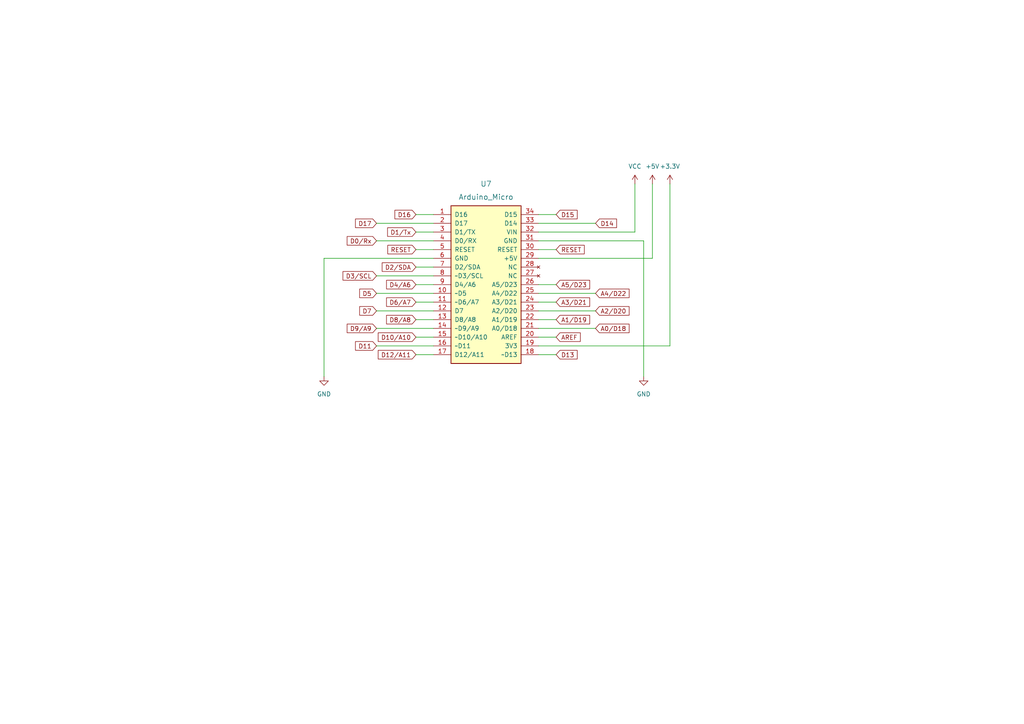
<source format=kicad_sch>
(kicad_sch (version 20211123) (generator eeschema)
  (paper "A4")
  (lib_symbols
    (symbol "My_Arduino2:Arduino_Micro" (pin_names (offset 1.016))
      (property "Reference" "U" (at -10.16 26.67 0))
      (property "Value" "Arduino_Micro" (at -2.54 24.13 0))
      (symbol "Arduino_Micro_0_1"
        (rectangle (start -10.16 22.86) (end 10.16 -22.86) (stroke (width 0.254)) (fill (type background)))
      )
      (symbol "Arduino_Micro_1_1"
        (pin bidirectional line (at -15.24 20.32 0) (length 5.08) (name "D16") (number "1"))
        (pin bidirectional line (at -15.24 -2.54 0) (length 5.08) (name "~D5") (number "10"))
        (pin bidirectional line (at -15.24 -5.08 0) (length 5.08) (name "~D6/A7") (number "11"))
        (pin bidirectional line (at -15.24 -7.62 0) (length 5.08) (name "D7") (number "12"))
        (pin bidirectional line (at -15.24 -10.16 0) (length 5.08) (name "D8/A8") (number "13"))
        (pin bidirectional line (at -15.24 -12.7 0) (length 5.08) (name "~D9/A9") (number "14"))
        (pin bidirectional line (at -15.24 -15.24 0) (length 5.08) (name "~D10/A10") (number "15"))
        (pin bidirectional line (at -15.24 -17.78 0) (length 5.08) (name "~D11") (number "16"))
        (pin bidirectional line (at -15.24 -20.32 0) (length 5.08) (name "D12/A11") (number "17"))
        (pin bidirectional line (at 15.24 -20.32 180) (length 5.08) (name "~D13") (number "18"))
        (pin power_out line (at 15.24 -17.78 180) (length 5.08) (name "3V3") (number "19"))
        (pin bidirectional line (at -15.24 17.78 0) (length 5.08) (name "D17") (number "2"))
        (pin input line (at 15.24 -15.24 180) (length 5.08) (name "AREF") (number "20"))
        (pin bidirectional line (at 15.24 -12.7 180) (length 5.08) (name "A0/D18") (number "21"))
        (pin bidirectional line (at 15.24 -10.16 180) (length 5.08) (name "A1/D19") (number "22"))
        (pin bidirectional line (at 15.24 -7.62 180) (length 5.08) (name "A2/D20") (number "23"))
        (pin bidirectional line (at 15.24 -5.08 180) (length 5.08) (name "A3/D21") (number "24"))
        (pin bidirectional line (at 15.24 -2.54 180) (length 5.08) (name "A4/D22") (number "25"))
        (pin bidirectional line (at 15.24 0 180) (length 5.08) (name "A5/D23") (number "26"))
        (pin no_connect line (at 15.24 2.54 180) (length 5.08) (name "NC") (number "27"))
        (pin no_connect line (at 15.24 5.08 180) (length 5.08) (name "NC") (number "28"))
        (pin power_in line (at 15.24 7.62 180) (length 5.08) (name "+5V") (number "29"))
        (pin bidirectional line (at -15.24 15.24 0) (length 5.08) (name "D1/TX") (number "3"))
        (pin input line (at 15.24 10.16 180) (length 5.08) (name "RESET") (number "30"))
        (pin power_in line (at 15.24 12.7 180) (length 5.08) (name "GND") (number "31"))
        (pin power_out line (at 15.24 15.24 180) (length 5.08) (name "VIN") (number "32"))
        (pin bidirectional line (at 15.24 17.78 180) (length 5.08) (name "D14") (number "33"))
        (pin bidirectional line (at 15.24 20.32 180) (length 5.08) (name "D15") (number "34"))
        (pin bidirectional line (at -15.24 12.7 0) (length 5.08) (name "D0/RX") (number "4"))
        (pin input line (at -15.24 10.16 0) (length 5.08) (name "RESET") (number "5"))
        (pin power_in line (at -15.24 7.62 0) (length 5.08) (name "GND") (number "6"))
        (pin bidirectional line (at -15.24 5.08 0) (length 5.08) (name "D2/SDA") (number "7"))
        (pin bidirectional line (at -15.24 2.54 0) (length 5.08) (name "~D3/SCL") (number "8"))
        (pin bidirectional line (at -15.24 0 0) (length 5.08) (name "D4/A6") (number "9"))
      )
    )
    (symbol "power:+3.3V" (power) (pin_names (offset 0))
      (property "Value" "+3.3V" (at 0 3.556 0))
      (symbol "+3.3V_0_1"
        (polyline (pts (xy -0.762 1.27) (xy 0 2.54)))
        (polyline (pts (xy 0 0) (xy 0 2.54)))
        (polyline (pts (xy 0 2.54) (xy 0.762 1.27)))
      )
      (symbol "+3.3V_1_1"
        (pin power_in line (at 0 0 90) (length 0) hide (name "+3.3V") (number "1"))
      )
    )
    (symbol "power:+5V" (power) (pin_names (offset 0))
      (property "Value" "+5V" (at 0 3.556 0))
      (symbol "+5V_0_1"
        (polyline (pts (xy -0.762 1.27) (xy 0 2.54)))
        (polyline (pts (xy 0 0) (xy 0 2.54)))
        (polyline (pts (xy 0 2.54) (xy 0.762 1.27)))
      )
      (symbol "+5V_1_1"
        (pin power_in line (at 0 0 90) (length 0) hide (name "+5V") (number "1"))
      )
    )
    (symbol "power:GND" (power) (pin_names (offset 0))
      (property "Value" "GND" (at 0 -3.81 0))
      (symbol "GND_0_1"
        (polyline (pts (xy 0 0) (xy 0 -1.27) (xy 1.27 -1.27) (xy 0 -2.54) (xy -1.27 -1.27) (xy 0 -1.27)))
      )
      (symbol "GND_1_1"
        (pin power_in line (at 0 0 270) (length 0) hide (name "GND") (number "1"))
      )
    )
    (symbol "power:VCC" (power) (pin_names (offset 0))
      (property "Value" "VCC" (at 0 3.81 0))
      (symbol "VCC_0_1"
        (polyline (pts (xy -0.762 1.27) (xy 0 2.54)))
        (polyline (pts (xy 0 0) (xy 0 2.54)))
        (polyline (pts (xy 0 2.54) (xy 0.762 1.27)))
      )
      (symbol "VCC_1_1"
        (pin power_in line (at 0 0 90) (length 0) hide (name "VCC") (number "1"))
      )
    )
  )
  (wire (pts (xy 156.21 62.23) (xy 161.29 62.23)))
  (wire (pts (xy 156.21 100.33) (xy 194.31 100.33)))
  (wire (pts (xy 156.21 69.85) (xy 186.69 69.85)))
  (wire (pts (xy 156.21 95.25) (xy 172.72 95.25)))
  (wire (pts (xy 120.65 62.23) (xy 125.73 62.23)))
  (wire (pts (xy 120.65 82.55) (xy 125.73 82.55)))
  (wire (pts (xy 156.21 72.39) (xy 161.29 72.39)))
  (wire (pts (xy 120.65 72.39) (xy 125.73 72.39)))
  (wire (pts (xy 186.69 69.85) (xy 186.69 109.22)))
  (wire (pts (xy 184.15 53.34) (xy 184.15 67.31)))
  (wire (pts (xy 189.23 53.34) (xy 189.23 74.93)))
  (wire (pts (xy 156.21 97.79) (xy 161.29 97.79)))
  (wire (pts (xy 120.65 97.79) (xy 125.73 97.79)))
  (wire (pts (xy 120.65 67.31) (xy 125.73 67.31)))
  (wire (pts (xy 93.98 74.93) (xy 93.98 109.22)))
  (wire (pts (xy 156.21 87.63) (xy 161.29 87.63)))
  (wire (pts (xy 109.22 100.33) (xy 125.73 100.33)))
  (wire (pts (xy 120.65 87.63) (xy 125.73 87.63)))
  (wire (pts (xy 120.65 77.47) (xy 125.73 77.47)))
  (wire (pts (xy 109.22 64.77) (xy 125.73 64.77)))
  (wire (pts (xy 156.21 102.87) (xy 161.29 102.87)))
  (wire (pts (xy 156.21 90.17) (xy 172.72 90.17)))
  (wire (pts (xy 109.22 90.17) (xy 125.73 90.17)))
  (wire (pts (xy 120.65 102.87) (xy 125.73 102.87)))
  (wire (pts (xy 156.21 74.93) (xy 189.23 74.93)))
  (wire (pts (xy 156.21 85.09) (xy 172.72 85.09)))
  (wire (pts (xy 120.65 92.71) (xy 125.73 92.71)))
  (wire (pts (xy 156.21 67.31) (xy 184.15 67.31)))
  (wire (pts (xy 109.22 95.25) (xy 125.73 95.25)))
  (wire (pts (xy 156.21 92.71) (xy 161.29 92.71)))
  (wire (pts (xy 194.31 53.34) (xy 194.31 100.33)))
  (wire (pts (xy 156.21 82.55) (xy 161.29 82.55)))
  (wire (pts (xy 109.22 69.85) (xy 125.73 69.85)))
  (wire (pts (xy 109.22 80.01) (xy 125.73 80.01)))
  (wire (pts (xy 156.21 64.77) (xy 172.72 64.77)))
  (wire (pts (xy 109.22 85.09) (xy 125.73 85.09)))
  (wire (pts (xy 125.73 74.93) (xy 93.98 74.93)))
  (global_label "D10{slash}A10" (shape input) (at 120.65 97.79 180) (property "Intersheet References" "${INTERSHEET_REFS}" (effects hide)))
  (global_label "A2{slash}D20" (shape input) (at 172.72 90.17 0) (property "Intersheet References" "${INTERSHEET_REFS}" (effects hide)))
  (global_label "D6{slash}A7" (shape input) (at 120.65 87.63 180) (property "Intersheet References" "${INTERSHEET_REFS}" (effects hide)))
  (global_label "D7" (shape input) (at 109.22 90.17 180) (property "Intersheet References" "${INTERSHEET_REFS}" (effects hide)))
  (global_label "A3{slash}D21" (shape input) (at 161.29 87.63 0) (property "Intersheet References" "${INTERSHEET_REFS}" (effects hide)))
  (global_label "D0{slash}Rx" (shape input) (at 109.22 69.85 180) (property "Intersheet References" "${INTERSHEET_REFS}" (effects hide)))
  (global_label "D16" (shape input) (at 120.65 62.23 180) (property "Intersheet References" "${INTERSHEET_REFS}" (effects hide)))
  (global_label "A1{slash}D19" (shape input) (at 161.29 92.71 0) (property "Intersheet References" "${INTERSHEET_REFS}" (effects hide)))
  (global_label "D14" (shape input) (at 172.72 64.77 0) (property "Intersheet References" "${INTERSHEET_REFS}" (effects hide)))
  (global_label "D17" (shape input) (at 109.22 64.77 180) (property "Intersheet References" "${INTERSHEET_REFS}" (effects hide)))
  (global_label "A5{slash}D23" (shape input) (at 161.29 82.55 0) (property "Intersheet References" "${INTERSHEET_REFS}" (effects hide)))
  (global_label "D5" (shape input) (at 109.22 85.09 180) (property "Intersheet References" "${INTERSHEET_REFS}" (effects hide)))
  (global_label "RESET" (shape input) (at 120.65 72.39 180) (property "Intersheet References" "${INTERSHEET_REFS}" (effects hide)))
  (global_label "D11" (shape input) (at 109.22 100.33 180) (property "Intersheet References" "${INTERSHEET_REFS}" (effects hide)))
  (global_label "A0{slash}D18" (shape input) (at 172.72 95.25 0) (property "Intersheet References" "${INTERSHEET_REFS}" (effects hide)))
  (global_label "D1{slash}Tx" (shape input) (at 120.65 67.31 180) (property "Intersheet References" "${INTERSHEET_REFS}" (effects hide)))
  (global_label "D2{slash}SDA" (shape input) (at 120.65 77.47 180) (property "Intersheet References" "${INTERSHEET_REFS}" (effects hide)))
  (global_label "A4{slash}D22" (shape input) (at 172.72 85.09 0) (property "Intersheet References" "${INTERSHEET_REFS}" (effects hide)))
  (global_label "D4{slash}A6" (shape input) (at 120.65 82.55 180) (property "Intersheet References" "${INTERSHEET_REFS}" (effects hide)))
  (global_label "D12{slash}A11" (shape input) (at 120.65 102.87 180) (property "Intersheet References" "${INTERSHEET_REFS}" (effects hide)))
  (global_label "AREF" (shape input) (at 161.29 97.79 0) (property "Intersheet References" "${INTERSHEET_REFS}" (effects hide)))
  (global_label "RESET" (shape input) (at 161.29 72.39 0) (property "Intersheet References" "${INTERSHEET_REFS}" (effects hide)))
  (global_label "D8{slash}A8" (shape input) (at 120.65 92.71 180) (property "Intersheet References" "${INTERSHEET_REFS}" (effects hide)))
  (global_label "D9{slash}A9" (shape input) (at 109.22 95.25 180) (property "Intersheet References" "${INTERSHEET_REFS}" (effects hide)))
  (global_label "D3{slash}SCL" (shape input) (at 109.22 80.01 180) (property "Intersheet References" "${INTERSHEET_REFS}" (effects hide)))
  (global_label "D15" (shape input) (at 161.29 62.23 0) (property "Intersheet References" "${INTERSHEET_REFS}" (effects hide)))
  (global_label "D13" (shape input) (at 161.29 102.87 0) (property "Intersheet References" "${INTERSHEET_REFS}" (effects hide)))
  (symbol (lib_id "power:GND") (at 93.98 109.22 0) (unit 1)
    (property "Reference" "#PWR029" (effects hide))
    (property "Value" "GND" (at 93.98 114.3 0))
  )
  (symbol (lib_id "power:VCC") (at 184.15 53.34 0) (unit 1)
    (property "Reference" "#PWR030" (effects hide))
    (property "Value" "VCC" (at 184.15 48.26 0))
  )
  (symbol (lib_id "power:+5V") (at 189.23 53.34 0) (unit 1)
    (property "Reference" "#PWR032" (effects hide))
    (property "Value" "+5V" (at 189.23 48.26 0))
  )
  (symbol (lib_id "My_Arduino2:Arduino_Micro") (at 140.97 82.55 0) (unit 1)
    (property "Reference" "U7" (at 140.97 53.34 0) (effects (font (size 1.524 1.524))))
    (property "Value" "Arduino_Micro" (at 140.97 57.15 0) (effects (font (size 1.524 1.524))))
    (property "Footprint" "My_Arduino2:Arduino_Micro large" (effects hide))
    (property "Datasheet" "https://store.arduino.cc/usa/arduino-micro" (effects hide))
  )
  (symbol (lib_id "power:+3.3V") (at 194.31 53.34 0) (unit 1)
    (property "Reference" "#PWR033" (effects hide))
    (property "Value" "+3.3V" (at 194.31 48.26 0))
  )
  (symbol (lib_id "power:GND") (at 186.69 109.22 0) (unit 1)
    (property "Reference" "#PWR031" (effects hide))
    (property "Value" "GND" (at 186.69 114.3 0))
  )
)
</source>
